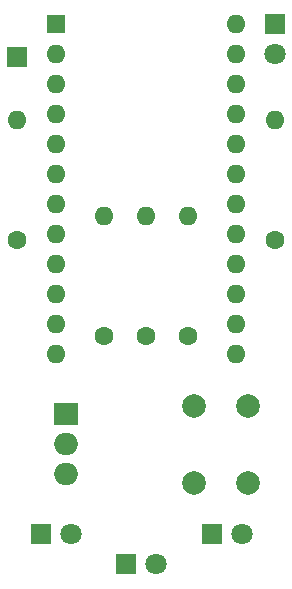
<source format=gbr>
G04 #@! TF.GenerationSoftware,KiCad,Pcbnew,(6.0.2)*
G04 #@! TF.CreationDate,2022-03-19T10:13:49-07:00*
G04 #@! TF.ProjectId,ir-emit-v1,69722d65-6d69-4742-9d76-312e6b696361,rev?*
G04 #@! TF.SameCoordinates,Original*
G04 #@! TF.FileFunction,Soldermask,Top*
G04 #@! TF.FilePolarity,Negative*
%FSLAX46Y46*%
G04 Gerber Fmt 4.6, Leading zero omitted, Abs format (unit mm)*
G04 Created by KiCad (PCBNEW (6.0.2)) date 2022-03-19 10:13:49*
%MOMM*%
%LPD*%
G01*
G04 APERTURE LIST*
%ADD10R,1.700000X1.700000*%
%ADD11O,1.600000X1.600000*%
%ADD12R,1.600000X1.600000*%
%ADD13C,2.000000*%
%ADD14C,1.600000*%
%ADD15R,2.000000X1.905000*%
%ADD16O,2.000000X1.905000*%
%ADD17R,1.800000X1.800000*%
%ADD18C,1.800000*%
G04 APERTURE END LIST*
D10*
X103378000Y-40894000D03*
D11*
X121920000Y-66040000D03*
X121920000Y-63500000D03*
X121920000Y-60960000D03*
D12*
X106680000Y-38100000D03*
D11*
X121920000Y-58420000D03*
X106680000Y-40640000D03*
X121920000Y-55880000D03*
X106680000Y-43180000D03*
X121920000Y-53340000D03*
X106680000Y-45720000D03*
X121920000Y-50800000D03*
X106680000Y-48260000D03*
X121920000Y-48260000D03*
X106680000Y-50800000D03*
X121920000Y-45720000D03*
X106680000Y-53340000D03*
X121920000Y-43180000D03*
X106680000Y-55880000D03*
X121920000Y-40640000D03*
X106680000Y-58420000D03*
X121920000Y-38100000D03*
X106680000Y-60960000D03*
X106680000Y-63500000D03*
X106680000Y-66040000D03*
D13*
X118400000Y-70410000D03*
X118400000Y-76910000D03*
X122900000Y-70410000D03*
X122900000Y-76910000D03*
D14*
X125222000Y-56388000D03*
D11*
X125222000Y-46228000D03*
X117856000Y-54356000D03*
D14*
X117856000Y-64516000D03*
X114300000Y-64516000D03*
D11*
X114300000Y-54356000D03*
X110744000Y-54356000D03*
D14*
X110744000Y-64516000D03*
X103378000Y-56388000D03*
D11*
X103378000Y-46228000D03*
D15*
X107513000Y-71120000D03*
D16*
X107513000Y-73660000D03*
X107513000Y-76200000D03*
D17*
X125222000Y-38100000D03*
D18*
X125222000Y-40640000D03*
D17*
X119883000Y-81280000D03*
D18*
X122423000Y-81280000D03*
D17*
X112644000Y-83820000D03*
D18*
X115184000Y-83820000D03*
D17*
X105405000Y-81280000D03*
D18*
X107945000Y-81280000D03*
M02*

</source>
